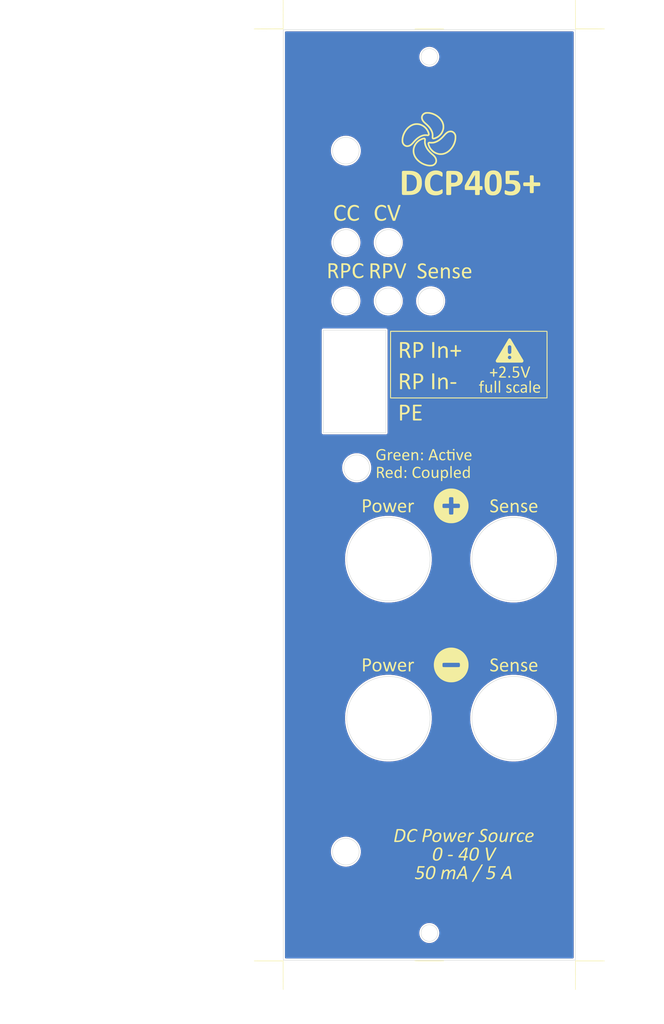
<source format=kicad_pcb>
(kicad_pcb (version 20241229) (generator "pcbnew") (generator_version "9.0")
  (title_block (title "DCP405+ Front mask") (date "2025-10-04") (rev "r4B2") (company "Envox d.o.o."))
  (layers (0 "F.Cu" signal) (2 "B.Cu" signal) (13 "F.Paste" user) (15 "B.Paste" user) (5 "F.SilkS" user "F.Silkscreen") (7 "B.SilkS" user "B.Silkscreen") (1 "F.Mask" user) (3 "B.Mask" user) (25 "Edge.Cuts" user))
  (net 0 "")
  (footprint "LOGO" (layer "F.Cu") (at 158.000274 94.248305)
    (property "Reference" "G***" (hide yes))
    (property "Value" "LOGO" (hide yes))
  )
  (gr_circle (center 149.3 91) (end 150.85 91) (stroke (width 0.05)) (fill no) (layer "Edge.Cuts"))
  (gr_line (start 175.5 38.5) (end 140.5 38.5) (stroke (width 0.05)) (layer "Edge.Cuts"))
  (gr_circle (center 158 146.75) (end 159 146.75) (stroke (width 0.05)) (fill no) (layer "Edge.Cuts"))
  (gr_line (start 175.5 150) (end 140.5 150) (stroke (width 0.05)) (layer "Edge.Cuts"))
  (gr_circle (center 148 137) (end 149.6 137) (stroke (width 0.05)) (fill no) (layer "Edge.Cuts"))
  (gr_circle (center 148.04 71) (end 149.59 71) (stroke (width 0.05)) (fill no) (layer "Edge.Cuts"))
  (gr_rect (start 145.3 74.5) (end 152.8 86.8) (stroke (width 0.05)) (fill no) (layer "Edge.Cuts"))
  (gr_circle (center 153.12 64) (end 154.67 64) (stroke (width 0.05)) (fill no) (layer "Edge.Cuts"))
  (gr_line (start 140.5 150) (end 140.5 38.5) (stroke (width 0.05)) (layer "Edge.Cuts"))
  (gr_line (start 175.5 38.5) (end 175.5 150) (stroke (width 0.05)) (layer "Edge.Cuts"))
  (gr_circle (center 153.1 121) (end 158.1 121) (stroke (width 0.05)) (fill no) (layer "Edge.Cuts"))
  (gr_circle (center 168.1 121) (end 173.1 121) (stroke (width 0.05)) (fill no) (layer "Edge.Cuts"))
  (gr_circle (center 168.1 101.95) (end 173.1 101.95) (stroke (width 0.05)) (fill no) (layer "Edge.Cuts"))
  (gr_circle (center 158.2 71) (end 159.75 71) (stroke (width 0.05)) (fill no) (layer "Edge.Cuts"))
  (gr_circle (center 158 41.75) (end 159 41.75) (stroke (width 0.05)) (fill no) (layer "Edge.Cuts"))
  (gr_circle (center 153.12 71) (end 154.67 71) (stroke (width 0.05)) (fill no) (layer "Edge.Cuts"))
  (gr_circle (center 153.1 101.95) (end 158.1 101.95) (stroke (width 0.05)) (fill no) (layer "Edge.Cuts"))
  (gr_circle (center 148.04 64) (end 149.59 64) (stroke (width 0.05)) (fill no) (layer "Edge.Cuts"))
  (gr_circle (center 148 53) (end 149.6 53) (stroke (width 0.05)) (fill no) (layer "Edge.Cuts"))
  (zone (net 0) (net_name "") (layer "F.Cu") (connect_pads (clearance 0.2)) (min_thickness 0.25) (fill yes (thermal_gap 0.5) (thermal_bridge_width 0.5) (island_removal_mode 1) (island_area_min 10))
    (polygon (pts (xy 139.07 37.66) (xy 176.3 37.65) (xy 176.05 150.88) (xy 139.55 150.86)))
  )
  (zone (net 0) (net_name "") (layer "B.Cu") (connect_pads (clearance 0.2)) (min_thickness 0.25) (fill yes (thermal_gap 0.5) (thermal_bridge_width 0.5) (island_removal_mode 1) (island_area_min 10))
    (polygon (pts (xy 139.330895 37.659318) (xy 176.560895 37.649318) (xy 176.310895 150.879318) (xy 139.810895 150.859318)))
  )
)
</source>
